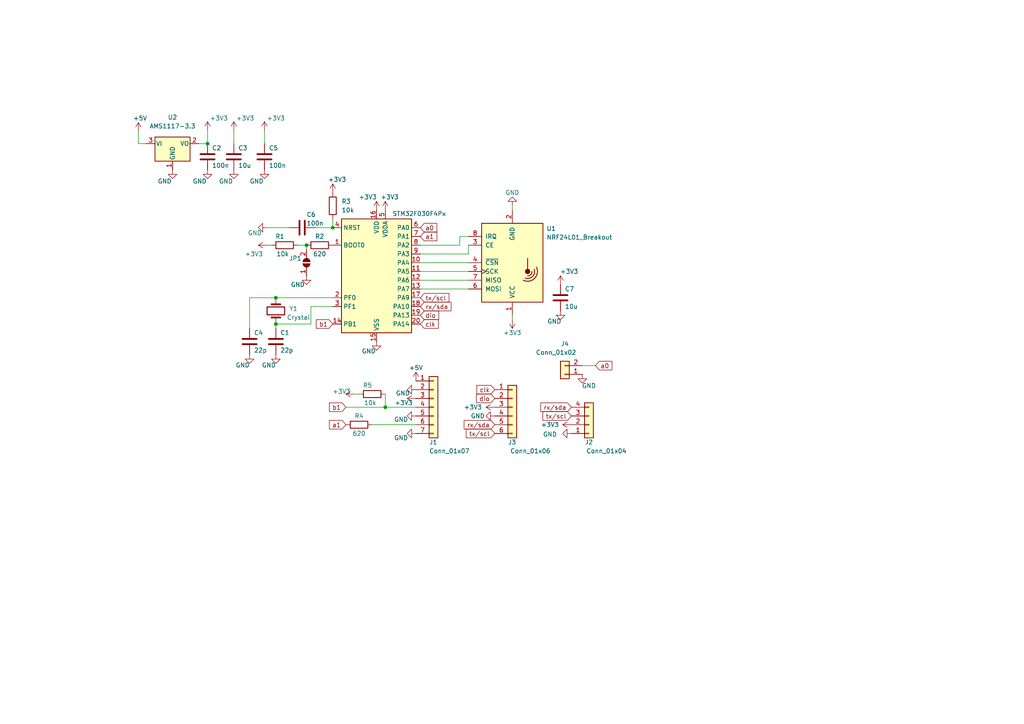
<source format=kicad_sch>
(kicad_sch (version 20230121) (generator eeschema)
  (paper "A4")
  (lib_symbols
    (symbol "Connector_Generic:Conn_01x02" (pin_names (offset 1.016) hide)
      (property "Reference" "J" (at 0 2.54 0))
      (property "Value" "Conn_01x02" (at 0 -5.08 0))
      (symbol "Conn_01x02_1_1"
        (rectangle (start -1.27 -2.413) (end 0 -2.667) (stroke (width 0.1524)))
        (rectangle (start -1.27 0.127) (end 0 -0.127) (stroke (width 0.1524)))
        (rectangle (start -1.27 1.27) (end 1.27 -3.81) (stroke (width 0.254)) (fill (type background)))
        (pin passive line (at -5.08 0 0) (length 3.81) (name "Pin_1") (number "1"))
        (pin passive line (at -5.08 -2.54 0) (length 3.81) (name "Pin_2") (number "2"))
      )
    )
    (symbol "Connector_Generic:Conn_01x04" (pin_names (offset 1.016) hide)
      (property "Reference" "J" (at 0 5.08 0))
      (property "Value" "Conn_01x04" (at 0 -7.62 0))
      (symbol "Conn_01x04_1_1"
        (rectangle (start -1.27 -4.953) (end 0 -5.207) (stroke (width 0.1524)))
        (rectangle (start -1.27 -2.413) (end 0 -2.667) (stroke (width 0.1524)))
        (rectangle (start -1.27 0.127) (end 0 -0.127) (stroke (width 0.1524)))
        (rectangle (start -1.27 2.667) (end 0 2.413) (stroke (width 0.1524)))
        (rectangle (start -1.27 3.81) (end 1.27 -6.35) (stroke (width 0.254)) (fill (type background)))
        (pin passive line (at -5.08 2.54 0) (length 3.81) (name "Pin_1") (number "1"))
        (pin passive line (at -5.08 0 0) (length 3.81) (name "Pin_2") (number "2"))
        (pin passive line (at -5.08 -2.54 0) (length 3.81) (name "Pin_3") (number "3"))
        (pin passive line (at -5.08 -5.08 0) (length 3.81) (name "Pin_4") (number "4"))
      )
    )
    (symbol "Connector_Generic:Conn_01x06" (pin_names (offset 1.016) hide)
      (property "Reference" "J" (at 0 7.62 0))
      (property "Value" "Conn_01x06" (at 0 -10.16 0))
      (symbol "Conn_01x06_1_1"
        (rectangle (start -1.27 -7.493) (end 0 -7.747) (stroke (width 0.1524)))
        (rectangle (start -1.27 -4.953) (end 0 -5.207) (stroke (width 0.1524)))
        (rectangle (start -1.27 -2.413) (end 0 -2.667) (stroke (width 0.1524)))
        (rectangle (start -1.27 0.127) (end 0 -0.127) (stroke (width 0.1524)))
        (rectangle (start -1.27 2.667) (end 0 2.413) (stroke (width 0.1524)))
        (rectangle (start -1.27 5.207) (end 0 4.953) (stroke (width 0.1524)))
        (rectangle (start -1.27 6.35) (end 1.27 -8.89) (stroke (width 0.254)) (fill (type background)))
        (pin passive line (at -5.08 5.08 0) (length 3.81) (name "Pin_1") (number "1"))
        (pin passive line (at -5.08 2.54 0) (length 3.81) (name "Pin_2") (number "2"))
        (pin passive line (at -5.08 0 0) (length 3.81) (name "Pin_3") (number "3"))
        (pin passive line (at -5.08 -2.54 0) (length 3.81) (name "Pin_4") (number "4"))
        (pin passive line (at -5.08 -5.08 0) (length 3.81) (name "Pin_5") (number "5"))
        (pin passive line (at -5.08 -7.62 0) (length 3.81) (name "Pin_6") (number "6"))
      )
    )
    (symbol "Connector_Generic:Conn_01x07" (pin_names (offset 1.016) hide)
      (property "Reference" "J" (at 0 10.16 0))
      (property "Value" "Conn_01x07" (at 0 -10.16 0))
      (symbol "Conn_01x07_1_1"
        (rectangle (start -1.27 -7.493) (end 0 -7.747) (stroke (width 0.1524)))
        (rectangle (start -1.27 -4.953) (end 0 -5.207) (stroke (width 0.1524)))
        (rectangle (start -1.27 -2.413) (end 0 -2.667) (stroke (width 0.1524)))
        (rectangle (start -1.27 0.127) (end 0 -0.127) (stroke (width 0.1524)))
        (rectangle (start -1.27 2.667) (end 0 2.413) (stroke (width 0.1524)))
        (rectangle (start -1.27 5.207) (end 0 4.953) (stroke (width 0.1524)))
        (rectangle (start -1.27 7.747) (end 0 7.493) (stroke (width 0.1524)))
        (rectangle (start -1.27 8.89) (end 1.27 -8.89) (stroke (width 0.254)) (fill (type background)))
        (pin passive line (at -5.08 7.62 0) (length 3.81) (name "Pin_1") (number "1"))
        (pin passive line (at -5.08 5.08 0) (length 3.81) (name "Pin_2") (number "2"))
        (pin passive line (at -5.08 2.54 0) (length 3.81) (name "Pin_3") (number "3"))
        (pin passive line (at -5.08 0 0) (length 3.81) (name "Pin_4") (number "4"))
        (pin passive line (at -5.08 -2.54 0) (length 3.81) (name "Pin_5") (number "5"))
        (pin passive line (at -5.08 -5.08 0) (length 3.81) (name "Pin_6") (number "6"))
        (pin passive line (at -5.08 -7.62 0) (length 3.81) (name "Pin_7") (number "7"))
      )
    )
    (symbol "Device:C" (pin_numbers hide) (pin_names (offset 0.254))
      (property "Reference" "C" (at 0.635 2.54 0))
      (property "Value" "C" (at 0.635 -2.54 0))
      (symbol "C_0_1"
        (polyline (pts (xy -2.032 -0.762) (xy 2.032 -0.762)) (stroke (width 0.508)))
        (polyline (pts (xy -2.032 0.762) (xy 2.032 0.762)) (stroke (width 0.508)))
      )
      (symbol "C_1_1"
        (pin passive line (at 0 3.81 270) (length 2.794) (name "~") (number "1"))
        (pin passive line (at 0 -3.81 90) (length 2.794) (name "~") (number "2"))
      )
    )
    (symbol "Device:Crystal" (pin_numbers hide) (pin_names (offset 1.016) hide)
      (property "Reference" "Y" (at 0 3.81 0))
      (property "Value" "Crystal" (at 0 -3.81 0))
      (symbol "Crystal_0_1"
        (rectangle (start -1.143 2.54) (end 1.143 -2.54) (stroke (width 0.3048)))
        (polyline (pts (xy -2.54 0) (xy -1.905 0)))
        (polyline (pts (xy -1.905 -1.27) (xy -1.905 1.27)) (stroke (width 0.508)))
        (polyline (pts (xy 1.905 -1.27) (xy 1.905 1.27)) (stroke (width 0.508)))
        (polyline (pts (xy 2.54 0) (xy 1.905 0)))
      )
      (symbol "Crystal_1_1"
        (pin passive line (at -3.81 0 0) (length 1.27) (name "1") (number "1"))
        (pin passive line (at 3.81 0 180) (length 1.27) (name "2") (number "2"))
      )
    )
    (symbol "Device:R" (pin_numbers hide) (pin_names (offset 0))
      (property "Reference" "R" (at 2.032 0 90))
      (property "Value" "R" (at 0 0 90))
      (symbol "R_0_1"
        (rectangle (start -1.016 -2.54) (end 1.016 2.54) (stroke (width 0.254)))
      )
      (symbol "R_1_1"
        (pin passive line (at 0 3.81 270) (length 1.27) (name "~") (number "1"))
        (pin passive line (at 0 -3.81 90) (length 1.27) (name "~") (number "2"))
      )
    )
    (symbol "Jumper:SolderJumper_2_Open" (pin_names (offset 0) hide)
      (property "Reference" "JP" (at 0 2.032 0))
      (property "Value" "SolderJumper_2_Open" (at 0 -2.54 0))
      (symbol "SolderJumper_2_Open_0_1"
        (arc (start -0.254 1.016) (mid -1.2656 0) (end -0.254 -1.016))
        (arc (start -0.254 1.016) (mid -1.2656 0) (end -0.254 -1.016) (fill (type outline)))
        (polyline (pts (xy -0.254 1.016) (xy -0.254 -1.016)))
        (polyline (pts (xy 0.254 1.016) (xy 0.254 -1.016)))
        (arc (start 0.254 -1.016) (mid 1.2656 0) (end 0.254 1.016))
        (arc (start 0.254 -1.016) (mid 1.2656 0) (end 0.254 1.016) (fill (type outline)))
      )
      (symbol "SolderJumper_2_Open_1_1"
        (pin passive line (at -3.81 0 0) (length 2.54) (name "A") (number "1"))
        (pin passive line (at 3.81 0 180) (length 2.54) (name "B") (number "2"))
      )
    )
    (symbol "MCU_ST_STM32F0:STM32F030F4Px"
      (property "Reference" "U" (at -10.16 16.51 0))
      (property "Value" "STM32F030F4Px" (at 5.08 16.51 0))
      (symbol "STM32F030F4Px_0_1"
        (rectangle (start -10.16 -17.78) (end 10.16 15.24) (stroke (width 0.254)) (fill (type background)))
      )
      (symbol "STM32F030F4Px_1_1"
        (pin input line (at -12.7 7.62 0) (length 2.54) (name "BOOT0") (number "1"))
        (pin bidirectional line (at 12.7 2.54 180) (length 2.54) (name "PA4") (number "10"))
        (pin bidirectional line (at 12.7 0 180) (length 2.54) (name "PA5") (number "11"))
        (pin bidirectional line (at 12.7 -2.54 180) (length 2.54) (name "PA6") (number "12"))
        (pin bidirectional line (at 12.7 -5.08 180) (length 2.54) (name "PA7") (number "13"))
        (pin bidirectional line (at -12.7 -15.24 0) (length 2.54) (name "PB1") (number "14"))
        (pin power_in line (at 0 -20.32 90) (length 2.54) (name "VSS") (number "15"))
        (pin power_in line (at 0 17.78 270) (length 2.54) (name "VDD") (number "16"))
        (pin bidirectional line (at 12.7 -7.62 180) (length 2.54) (name "PA9") (number "17"))
        (pin bidirectional line (at 12.7 -10.16 180) (length 2.54) (name "PA10") (number "18"))
        (pin bidirectional line (at 12.7 -12.7 180) (length 2.54) (name "PA13") (number "19"))
        (pin input line (at -12.7 -7.62 0) (length 2.54) (name "PF0") (number "2"))
        (pin bidirectional line (at 12.7 -15.24 180) (length 2.54) (name "PA14") (number "20"))
        (pin input line (at -12.7 -10.16 0) (length 2.54) (name "PF1") (number "3"))
        (pin input line (at -12.7 12.7 0) (length 2.54) (name "NRST") (number "4"))
        (pin power_in line (at 2.54 17.78 270) (length 2.54) (name "VDDA") (number "5"))
        (pin bidirectional line (at 12.7 12.7 180) (length 2.54) (name "PA0") (number "6"))
        (pin bidirectional line (at 12.7 10.16 180) (length 2.54) (name "PA1") (number "7"))
        (pin bidirectional line (at 12.7 7.62 180) (length 2.54) (name "PA2") (number "8"))
        (pin bidirectional line (at 12.7 5.08 180) (length 2.54) (name "PA3") (number "9"))
      )
    )
    (symbol "NRF24L01_Breakout_1" (pin_names (offset 1.016))
      (property "Reference" "U1" (at 10.16 -1.2701 0))
      (property "Value" "NRF24L01_Breakout" (at 10.16 1.2699 0))
      (symbol "NRF24L01_Breakout_1_0_1"
        (rectangle (start -8.89 11.43) (end 8.89 -11.43) (stroke (width 0.254)) (fill (type background)))
        (polyline (pts (xy 4.445 1.905) (xy 4.445 -1.27)) (stroke (width 0.254)))
        (circle (center 4.445 2.54) (radius 0.635) (stroke (width 0.254)) (fill (type outline)))
        (arc (start 5.715 2.54) (mid 5.3559 3.4509) (end 4.445 3.81) (stroke (width 0.254)))
        (arc (start 6.35 1.905) (mid 5.8833 3.9783) (end 3.81 4.445) (stroke (width 0.254)))
        (arc (start 6.985 1.27) (mid 6.453 4.548) (end 3.175 5.08) (stroke (width 0.254)))
      )
      (symbol "NRF24L01_Breakout_1_1_1"
        (pin power_in line (at 0 15.24 270) (length 3.81) (name "VCC") (number "1"))
        (pin power_in line (at 0 -15.24 90) (length 3.81) (name "GND") (number "2"))
        (pin input line (at -12.7 -5.08 0) (length 3.81) (name "CE") (number "3"))
        (pin input line (at -12.7 0 0) (length 3.81) (name "~{CSN}") (number "4"))
        (pin input clock (at -12.7 2.54 0) (length 3.81) (name "SCK") (number "5"))
        (pin input line (at -12.7 7.62 0) (length 3.81) (name "MOSI") (number "6"))
        (pin output line (at -12.7 5.08 0) (length 3.81) (name "MISO") (number "7"))
        (pin output line (at -12.7 -7.62 0) (length 3.81) (name "IRQ") (number "8"))
      )
    )
    (symbol "Regulator_Linear:AMS1117-3.3" (pin_names (offset 0.254))
      (property "Reference" "U" (at -3.81 3.175 0))
      (property "Value" "AMS1117-3.3" (at 0 3.175 0))
      (symbol "AMS1117-3.3_0_1"
        (rectangle (start -5.08 -5.08) (end 5.08 1.905) (stroke (width 0.254)) (fill (type background)))
      )
      (symbol "AMS1117-3.3_1_1"
        (pin power_in line (at 0 -7.62 90) (length 2.54) (name "GND") (number "1"))
        (pin power_out line (at 7.62 0 180) (length 2.54) (name "VO") (number "2"))
        (pin power_in line (at -7.62 0 0) (length 2.54) (name "VI") (number "3"))
      )
    )
    (symbol "power:+3.3V" (power) (pin_names (offset 0))
      (property "Value" "+3.3V" (at 0 3.556 0))
      (symbol "+3.3V_0_1"
        (polyline (pts (xy -0.762 1.27) (xy 0 2.54)))
        (polyline (pts (xy 0 0) (xy 0 2.54)))
        (polyline (pts (xy 0 2.54) (xy 0.762 1.27)))
      )
      (symbol "+3.3V_1_1"
        (pin power_in line (at 0 0 90) (length 0) hide (name "+3V3") (number "1"))
      )
    )
    (symbol "power:+5V" (power) (pin_names (offset 0))
      (property "Value" "+5V" (at 0 3.556 0))
      (symbol "+5V_0_1"
        (polyline (pts (xy -0.762 1.27) (xy 0 2.54)))
        (polyline (pts (xy 0 0) (xy 0 2.54)))
        (polyline (pts (xy 0 2.54) (xy 0.762 1.27)))
      )
      (symbol "+5V_1_1"
        (pin power_in line (at 0 0 90) (length 0) hide (name "+5V") (number "1"))
      )
    )
    (symbol "power:GND" (power) (pin_names (offset 0))
      (property "Value" "GND" (at 0 -3.81 0))
      (symbol "GND_0_1"
        (polyline (pts (xy 0 0) (xy 0 -1.27) (xy 1.27 -1.27) (xy 0 -2.54) (xy -1.27 -1.27) (xy 0 -1.27)))
      )
      (symbol "GND_1_1"
        (pin power_in line (at 0 0 270) (length 0) hide (name "GND") (number "1"))
      )
    )
  )
  (junction (at 111.76 118.11))
  (junction (at 60.198 41.656))
  (junction (at 96.52 66.04))
  (junction (at 80.01 93.98))
  (junction (at 88.9 71.12))
  (junction (at 80.01 86.36))
  (wire (pts (xy 90.17 88.9) (xy 90.17 93.98)))
  (wire (pts (xy 40.132 38.1) (xy 40.132 41.656)))
  (wire (pts (xy 100.33 118.11) (xy 111.76 118.11)))
  (wire (pts (xy 40.132 41.656) (xy 42.418 41.656)))
  (wire (pts (xy 57.658 41.656) (xy 60.198 41.656)))
  (wire (pts (xy 80.01 95.25) (xy 80.01 93.98)))
  (wire (pts (xy 133.35 68.58) (xy 135.89 68.58)))
  (wire (pts (xy 168.91 106.045) (xy 172.72 106.045)))
  (wire (pts (xy 111.76 114.3) (xy 111.76 118.11)))
  (wire (pts (xy 80.01 86.36) (xy 96.52 86.36)))
  (wire (pts (xy 121.92 83.82) (xy 135.89 83.82)))
  (wire (pts (xy 148.59 60.96) (xy 148.59 59.69)))
  (wire (pts (xy 80.01 93.98) (xy 90.17 93.98)))
  (wire (pts (xy 121.92 76.2) (xy 135.89 76.2)))
  (wire (pts (xy 111.76 118.11) (xy 120.65 118.11)))
  (wire (pts (xy 86.36 71.12) (xy 88.9 71.12)))
  (wire (pts (xy 121.92 78.74) (xy 135.89 78.74)))
  (wire (pts (xy 72.39 95.25) (xy 72.39 86.36)))
  (wire (pts (xy 121.92 73.66) (xy 135.89 73.66)))
  (wire (pts (xy 104.14 114.3) (xy 102.87 114.3)))
  (wire (pts (xy 72.39 86.36) (xy 80.01 86.36)))
  (wire (pts (xy 76.708 41.656) (xy 76.708 37.846)))
  (wire (pts (xy 96.52 63.5) (xy 96.52 66.04)))
  (wire (pts (xy 121.92 81.28) (xy 135.89 81.28)))
  (wire (pts (xy 77.47 66.04) (xy 83.82 66.04)))
  (wire (pts (xy 96.52 88.9) (xy 90.17 88.9)))
  (wire (pts (xy 148.59 91.44) (xy 148.59 92.71)))
  (wire (pts (xy 135.89 73.66) (xy 135.89 71.12)))
  (wire (pts (xy 133.35 71.12) (xy 133.35 68.58)))
  (wire (pts (xy 121.92 71.12) (xy 133.35 71.12)))
  (wire (pts (xy 91.44 66.04) (xy 96.52 66.04)))
  (wire (pts (xy 78.74 71.12) (xy 77.47 71.12)))
  (wire (pts (xy 60.198 41.656) (xy 60.198 37.846)))
  (wire (pts (xy 88.9 72.39) (xy 88.9 71.12)))
  (wire (pts (xy 107.95 123.19) (xy 120.65 123.19)))
  (wire (pts (xy 67.818 41.656) (xy 67.818 37.846)))
  (global_label "clk" (shape input) (at 121.92 93.98 0) (property "Intersheetrefs" "${INTERSHEET_REFS}" (effects hide)))
  (global_label "b1" (shape input) (at 96.52 93.98 180) (property "Intersheetrefs" "${INTERSHEET_REFS}" (effects hide)))
  (global_label "tx{slash}scl" (shape input) (at 165.735 120.65 180) (property "Intersheetrefs" "${INTERSHEET_REFS}" (effects hide)))
  (global_label "clk" (shape input) (at 143.51 113.03 180) (property "Intersheetrefs" "${INTERSHEET_REFS}" (effects hide)))
  (global_label "a1" (shape input) (at 100.33 123.19 180) (property "Intersheetrefs" "${INTERSHEET_REFS}" (effects hide)))
  (global_label "tx{slash}scl" (shape input) (at 143.51 125.73 180) (property "Intersheetrefs" "${INTERSHEET_REFS}" (effects hide)))
  (global_label "dio" (shape input) (at 121.92 91.44 0) (property "Intersheetrefs" "${INTERSHEET_REFS}" (effects hide)))
  (global_label "rx{slash}sda" (shape input) (at 121.92 88.9 0) (property "Intersheetrefs" "${INTERSHEET_REFS}" (effects hide)))
  (global_label "a0" (shape input) (at 121.92 66.04 0) (property "Intersheetrefs" "${INTERSHEET_REFS}" (effects hide)))
  (global_label "a1" (shape input) (at 121.92 68.58 0) (property "Intersheetrefs" "${INTERSHEET_REFS}" (effects hide)))
  (global_label "dio" (shape input) (at 143.51 115.57 180) (property "Intersheetrefs" "${INTERSHEET_REFS}" (effects hide)))
  (global_label "b1" (shape input) (at 100.33 118.11 180) (property "Intersheetrefs" "${INTERSHEET_REFS}" (effects hide)))
  (global_label "rx{slash}sda" (shape input) (at 165.735 118.11 180) (property "Intersheetrefs" "${INTERSHEET_REFS}" (effects hide)))
  (global_label "a0" (shape input) (at 172.72 106.045 0) (property "Intersheetrefs" "${INTERSHEET_REFS}" (effects hide)))
  (global_label "rx{slash}sda" (shape input) (at 143.51 123.19 180) (property "Intersheetrefs" "${INTERSHEET_REFS}" (effects hide)))
  (global_label "tx{slash}scl" (shape input) (at 121.92 86.36 0) (property "Intersheetrefs" "${INTERSHEET_REFS}" (effects hide)))
  (symbol (lib_id "power:+3.3V") (at 96.52 55.88 0) (unit 1)
    (property "Reference" "#PWR015" (effects hide))
    (property "Value" "+3.3V" (at 97.79 52.07 0))
  )
  (symbol (lib_id "power:+3.3V") (at 111.76 60.96 0) (unit 1)
    (property "Reference" "#PWR018" (effects hide))
    (property "Value" "+3.3V" (at 113.03 57.15 0))
  )
  (symbol (lib_id "Device:C") (at 76.708 45.466 0) (unit 1)
    (property "Reference" "C5" (at 77.978 42.926 0) (effects (justify left)))
    (property "Value" "100n" (at 77.978 48.006 0) (effects (justify left)))
    (property "Footprint" "Capacitor_SMD:C_0805_2012Metric_Pad1.18x1.45mm_HandSolder" (effects hide))
  )
  (symbol (lib_name "NRF24L01_Breakout_1") (lib_id "RF:NRF24L01_Breakout") (at 148.59 76.2 0) (mirror x) (unit 1)
    (property "Reference" "U1" (at 158.496 66.294 0) (effects (justify left)))
    (property "Value" "NRF24L01_Breakout" (at 158.496 68.834 0) (effects (justify left)))
    (property "Footprint" "Keyplus_nordic:NRF24L01-Module-SMD" (effects hide))
    (property "Datasheet" "http://www.nordicsemi.com/eng/content/download/2730/34105/file/nRF24L01_Product_Specification_v2_0.pdf" (effects hide))
  )
  (symbol (lib_id "power:+3.3V") (at 120.65 115.57 90) (unit 1)
    (property "Reference" "#PWR030" (effects hide))
    (property "Value" "+3.3V" (at 117.094 116.84 90))
  )
  (symbol (lib_id "power:+3.3V") (at 148.59 92.71 0) (mirror x) (unit 1)
    (property "Reference" "#PWR025" (effects hide))
    (property "Value" "+3.3V" (at 148.59 96.52 0))
  )
  (symbol (lib_id "power:GND") (at 80.01 102.87 0) (unit 1)
    (property "Reference" "#PWR03" (effects hide))
    (property "Value" "GND" (at 77.978 105.918 0))
  )
  (symbol (lib_id "Connector_Generic:Conn_01x06") (at 148.59 118.11 0) (unit 1)
    (property "Reference" "J3" (at 147.32 128.27 0) (effects (justify left)))
    (property "Value" "Conn_01x06" (at 147.955 130.81 0) (effects (justify left)))
    (property "Footprint" "Connector_PinHeader_2.54mm:PinHeader_1x06_P2.54mm_Vertical" (effects hide))
  )
  (symbol (lib_id "power:+5V") (at 40.132 38.1 0) (unit 1)
    (property "Reference" "#PWR026" (effects hide))
    (property "Value" "+5V" (at 40.64 34.29 0))
  )
  (symbol (lib_id "power:+3.3V") (at 109.22 60.96 0) (unit 1)
    (property "Reference" "#PWR016" (effects hide))
    (property "Value" "+3.3V" (at 106.68 57.15 0))
  )
  (symbol (lib_id "power:+3.3V") (at 162.56 82.55 0) (unit 1)
    (property "Reference" "#PWR028" (effects hide))
    (property "Value" "+3.3V" (at 165.1 78.74 0))
  )
  (symbol (lib_id "power:GND") (at 77.47 66.04 270) (unit 1)
    (property "Reference" "#PWR06" (effects hide))
    (property "Value" "GND" (at 73.914 67.564 90))
  )
  (symbol (lib_id "power:+3.3V") (at 102.87 114.3 90) (unit 1)
    (property "Reference" "#PWR022" (effects hide))
    (property "Value" "+3.3V" (at 99.06 113.538 90))
  )
  (symbol (lib_id "MCU_ST_STM32F0:STM32F030F4Px") (at 109.22 78.74 0) (unit 1)
    (property "Reference" "U3" (effects hide))
    (property "Value" "STM32F030F4Px" (at 113.792 61.976 0) (effects (justify left)))
    (property "Footprint" "Package_SO:TSSOP-20_4.4x6.5mm_P0.65mm" (effects hide))
    (property "Datasheet" "http://www.st.com/st-web-ui/static/active/en/resource/technical/document/datasheet/DM00088500.pdf" (effects hide))
  )
  (symbol (lib_id "power:GND") (at 88.9 80.01 0) (unit 1)
    (property "Reference" "#PWR014" (effects hide))
    (property "Value" "GND" (at 86.36 82.55 0))
  )
  (symbol (lib_id "power:GND") (at 67.818 49.276 0) (unit 1)
    (property "Reference" "#PWR09" (effects hide))
    (property "Value" "GND" (at 65.532 52.578 0))
  )
  (symbol (lib_id "power:GND") (at 76.708 49.276 0) (unit 1)
    (property "Reference" "#PWR013" (effects hide))
    (property "Value" "GND" (at 74.422 52.578 0))
  )
  (symbol (lib_id "Device:Crystal") (at 80.01 90.17 90) (unit 1)
    (property "Reference" "Y1" (at 83.82 89.535 90) (effects (justify right)))
    (property "Value" "Crystal" (at 83.185 92.075 90) (effects (justify right)))
    (property "Footprint" "Crystal:Crystal_HC49-U_Vertical" (effects hide))
  )
  (symbol (lib_id "Device:C") (at 72.39 99.06 0) (unit 1)
    (property "Reference" "C4" (at 73.66 96.52 0) (effects (justify left)))
    (property "Value" "22p" (at 73.66 101.6 0) (effects (justify left)))
    (property "Footprint" "Capacitor_SMD:C_0805_2012Metric_Pad1.18x1.45mm_HandSolder" (effects hide))
  )
  (symbol (lib_id "power:GND") (at 143.51 120.65 270) (unit 1)
    (property "Reference" "#PWR049" (effects hide))
    (property "Value" "GND" (at 136.525 120.65 90) (effects (justify left)))
  )
  (symbol (lib_id "power:GND") (at 72.39 102.87 0) (unit 1)
    (property "Reference" "#PWR010" (effects hide))
    (property "Value" "GND" (at 70.358 105.918 0))
  )
  (symbol (lib_id "power:+3.3V") (at 165.735 123.19 90) (unit 1)
    (property "Reference" "#PWR011" (effects hide))
    (property "Value" "+3.3V" (at 159.512 123.19 90))
  )
  (symbol (lib_id "power:GND") (at 50.038 49.276 0) (unit 1)
    (property "Reference" "#PWR02" (effects hide))
    (property "Value" "GND" (at 47.752 52.578 0))
  )
  (symbol (lib_id "power:+3.3V") (at 143.51 118.11 90) (unit 1)
    (property "Reference" "#PWR048" (effects hide))
    (property "Value" "+3.3V" (at 137.16 118.11 90))
  )
  (symbol (lib_id "Device:R") (at 92.71 71.12 90) (unit 1)
    (property "Reference" "R2" (at 92.71 68.58 90))
    (property "Value" "620" (at 92.71 73.66 90))
    (property "Footprint" "Resistor_SMD:R_0805_2012Metric_Pad1.20x1.40mm_HandSolder" (effects hide))
  )
  (symbol (lib_id "power:+3.3V") (at 67.818 37.846 0) (unit 1)
    (property "Reference" "#PWR08" (effects hide))
    (property "Value" "+3.3V" (at 71.12 34.29 0))
  )
  (symbol (lib_id "Device:C") (at 162.56 86.36 0) (unit 1)
    (property "Reference" "C7" (at 163.83 83.82 0) (effects (justify left)))
    (property "Value" "10u" (at 163.83 88.9 0) (effects (justify left)))
    (property "Footprint" "Capacitor_SMD:C_0805_2012Metric_Pad1.18x1.45mm_HandSolder" (effects hide))
  )
  (symbol (lib_id "power:GND") (at 165.735 125.73 270) (unit 1)
    (property "Reference" "#PWR019" (effects hide))
    (property "Value" "GND" (at 159.512 125.984 90))
  )
  (symbol (lib_id "power:+3.3V") (at 76.708 37.846 0) (unit 1)
    (property "Reference" "#PWR012" (effects hide))
    (property "Value" "+3.3V" (at 80.01 34.29 0))
  )
  (symbol (lib_id "power:GND") (at 109.22 99.06 0) (unit 1)
    (property "Reference" "#PWR017" (effects hide))
    (property "Value" "GND" (at 106.934 101.854 0))
  )
  (symbol (lib_id "Device:C") (at 87.63 66.04 270) (unit 1)
    (property "Reference" "C6" (at 88.9 62.23 90) (effects (justify left)))
    (property "Value" "100n" (at 88.9 64.77 90) (effects (justify left)))
    (property "Footprint" "Capacitor_SMD:C_0805_2012Metric_Pad1.18x1.45mm_HandSolder" (effects hide))
  )
  (symbol (lib_id "Connector_Generic:Conn_01x04") (at 170.815 123.19 0) (mirror x) (unit 1)
    (property "Reference" "J2" (at 170.815 128.27 0))
    (property "Value" "Conn_01x04" (at 175.895 130.81 0))
    (property "Footprint" "Connector_PinHeader_2.54mm:PinHeader_1x04_P2.54mm_Vertical" (effects hide))
  )
  (symbol (lib_id "Device:C") (at 67.818 45.466 0) (unit 1)
    (property "Reference" "C3" (at 69.088 42.926 0) (effects (justify left)))
    (property "Value" "10u" (at 69.088 48.006 0) (effects (justify left)))
    (property "Footprint" "Capacitor_SMD:C_0805_2012Metric_Pad1.18x1.45mm_HandSolder" (effects hide))
  )
  (symbol (lib_id "Regulator_Linear:AMS1117-3.3") (at 50.038 41.656 0) (unit 1)
    (property "Reference" "U2" (at 50.038 34.036 0))
    (property "Value" "AMS1117-3.3" (at 50.038 36.576 0))
    (property "Footprint" "Package_TO_SOT_SMD:SOT-223-3_TabPin2" (effects hide))
    (property "Datasheet" "http://www.advanced-monolithic.com/pdf/ds1117.pdf" (effects hide))
  )
  (symbol (lib_id "power:GND") (at 120.65 113.03 270) (unit 1)
    (property "Reference" "#PWR027" (effects hide))
    (property "Value" "GND" (at 116.84 114.046 90))
  )
  (symbol (lib_id "power:GND") (at 60.198 49.276 0) (unit 1)
    (property "Reference" "#PWR05" (effects hide))
    (property "Value" "GND" (at 57.912 52.578 0))
  )
  (symbol (lib_id "power:GND") (at 120.65 125.73 270) (unit 1)
    (property "Reference" "#PWR020" (effects hide))
    (property "Value" "GND" (at 118.364 127 90) (effects (justify right)))
  )
  (symbol (lib_id "Device:C") (at 80.01 99.06 0) (unit 1)
    (property "Reference" "C1" (at 81.28 96.52 0) (effects (justify left)))
    (property "Value" "22p" (at 81.28 101.6 0) (effects (justify left)))
    (property "Footprint" "Capacitor_SMD:C_0805_2012Metric_Pad1.18x1.45mm_HandSolder" (effects hide))
  )
  (symbol (lib_id "Device:R") (at 82.55 71.12 90) (unit 1)
    (property "Reference" "R1" (at 82.55 68.58 90) (effects (justify left)))
    (property "Value" "10k" (at 83.82 73.66 90) (effects (justify left)))
    (property "Footprint" "Resistor_SMD:R_0805_2012Metric_Pad1.20x1.40mm_HandSolder" (effects hide))
  )
  (symbol (lib_id "power:GND") (at 168.91 108.585 0) (unit 1)
    (property "Reference" "#PWR023" (effects hide))
    (property "Value" "GND" (at 170.815 111.887 0))
  )
  (symbol (lib_id "Jumper:SolderJumper_2_Open") (at 88.9 76.2 90) (unit 1)
    (property "Reference" "JP1" (at 83.82 74.93 90) (effects (justify right)))
    (property "Value" "SolderJumper_2_Open" (effects hide))
    (property "Footprint" "Jumper:SolderJumper-2_P1.3mm_Open_TrianglePad1.0x1.5mm" (effects hide))
  )
  (symbol (lib_id "power:GND") (at 120.65 120.65 270) (unit 1)
    (property "Reference" "#PWR021" (effects hide))
    (property "Value" "GND" (at 118.364 121.666 90) (effects (justify right)))
  )
  (symbol (lib_id "Device:C") (at 60.198 45.466 0) (unit 1)
    (property "Reference" "C2" (at 61.468 42.926 0) (effects (justify left)))
    (property "Value" "100n" (at 61.468 48.006 0) (effects (justify left)))
    (property "Footprint" "Capacitor_SMD:C_0805_2012Metric_Pad1.18x1.45mm_HandSolder" (effects hide))
  )
  (symbol (lib_id "power:+5V") (at 120.65 110.49 0) (unit 1)
    (property "Reference" "#PWR01" (effects hide))
    (property "Value" "+5V" (at 120.65 106.68 0))
  )
  (symbol (lib_id "power:GND") (at 162.56 90.17 0) (unit 1)
    (property "Reference" "#PWR029" (effects hide))
    (property "Value" "GND" (at 160.782 93.218 0))
  )
  (symbol (lib_id "Device:R") (at 96.52 59.69 0) (unit 1)
    (property "Reference" "R3" (at 99.06 58.4199 0) (effects (justify left)))
    (property "Value" "10k" (at 99.06 60.9599 0) (effects (justify left)))
    (property "Footprint" "Resistor_SMD:R_0805_2012Metric_Pad1.20x1.40mm_HandSolder" (effects hide))
  )
  (symbol (lib_id "power:+3.3V") (at 60.198 37.846 0) (unit 1)
    (property "Reference" "#PWR04" (effects hide))
    (property "Value" "+3.3V" (at 63.5 34.29 0))
  )
  (symbol (lib_id "Connector_Generic:Conn_01x02") (at 163.83 108.585 180) (unit 1)
    (property "Reference" "J4" (at 163.83 99.695 0))
    (property "Value" "Conn_01x02" (at 161.29 102.235 0))
    (property "Footprint" "Connector_PinHeader_2.54mm:PinHeader_1x02_P2.54mm_Vertical" (effects hide))
  )
  (symbol (lib_id "power:+3.3V") (at 77.47 71.12 90) (unit 1)
    (property "Reference" "#PWR07" (effects hide))
    (property "Value" "+3.3V" (at 73.66 73.66 90))
  )
  (symbol (lib_id "Device:R") (at 107.95 114.3 90) (unit 1)
    (property "Reference" "R5" (at 107.95 111.76 90) (effects (justify left)))
    (property "Value" "10k" (at 109.22 116.84 90) (effects (justify left)))
    (property "Footprint" "Resistor_SMD:R_0805_2012Metric_Pad1.20x1.40mm_HandSolder" (effects hide))
  )
  (symbol (lib_id "Connector_Generic:Conn_01x07") (at 125.73 118.11 0) (unit 1)
    (property "Reference" "J1" (at 124.46 128.27 0) (effects (justify left)))
    (property "Value" "Conn_01x07" (at 124.46 130.81 0) (effects (justify left)))
    (property "Footprint" "Connector_PinHeader_2.54mm:PinHeader_1x07_P2.54mm_Vertical" (effects hide))
  )
  (symbol (lib_id "Device:R") (at 104.14 123.19 90) (unit 1)
    (property "Reference" "R4" (at 104.14 120.65 90))
    (property "Value" "620" (at 104.14 125.73 90))
    (property "Footprint" "Resistor_SMD:R_0805_2012Metric_Pad1.20x1.40mm_HandSolder" (effects hide))
  )
  (symbol (lib_id "power:GND") (at 148.59 59.69 0) (mirror x) (unit 1)
    (property "Reference" "#PWR024" (effects hide))
    (property "Value" "GND" (at 148.59 55.88 0))
  )
)
</source>
